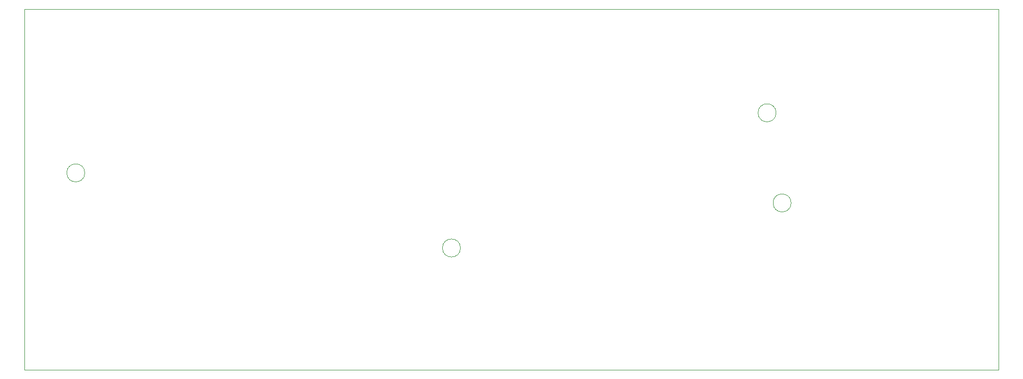
<source format=gbr>
%TF.GenerationSoftware,KiCad,Pcbnew,(6.0.10)*%
%TF.CreationDate,2025-06-24T19:53:16+02:00*%
%TF.ProjectId,esp_shield,6573705f-7368-4696-956c-642e6b696361,1.0*%
%TF.SameCoordinates,Original*%
%TF.FileFunction,Profile,NP*%
%FSLAX46Y46*%
G04 Gerber Fmt 4.6, Leading zero omitted, Abs format (unit mm)*
G04 Created by KiCad (PCBNEW (6.0.10)) date 2025-06-24 19:53:16*
%MOMM*%
%LPD*%
G01*
G04 APERTURE LIST*
%TA.AperFunction,Profile*%
%ADD10C,0.100000*%
%TD*%
G04 APERTURE END LIST*
D10*
X155500000Y-109750000D02*
G75*
G03*
X155500000Y-109750000I-1500000J0D01*
G01*
X210500000Y-102250000D02*
G75*
G03*
X210500000Y-102250000I-1500000J0D01*
G01*
X208000000Y-87250000D02*
G75*
G03*
X208000000Y-87250000I-1500000J0D01*
G01*
X93000000Y-97250000D02*
G75*
G03*
X93000000Y-97250000I-1500000J0D01*
G01*
X83000000Y-130000000D02*
X145000000Y-130000000D01*
X145000000Y-70000000D02*
X83000000Y-70000000D01*
X145000000Y-70000000D02*
X245000000Y-70000000D01*
X83000000Y-130000000D02*
X83000000Y-70000000D01*
X245000000Y-130000000D02*
X145000000Y-130000000D01*
X245000000Y-70000000D02*
X245000000Y-130000000D01*
M02*

</source>
